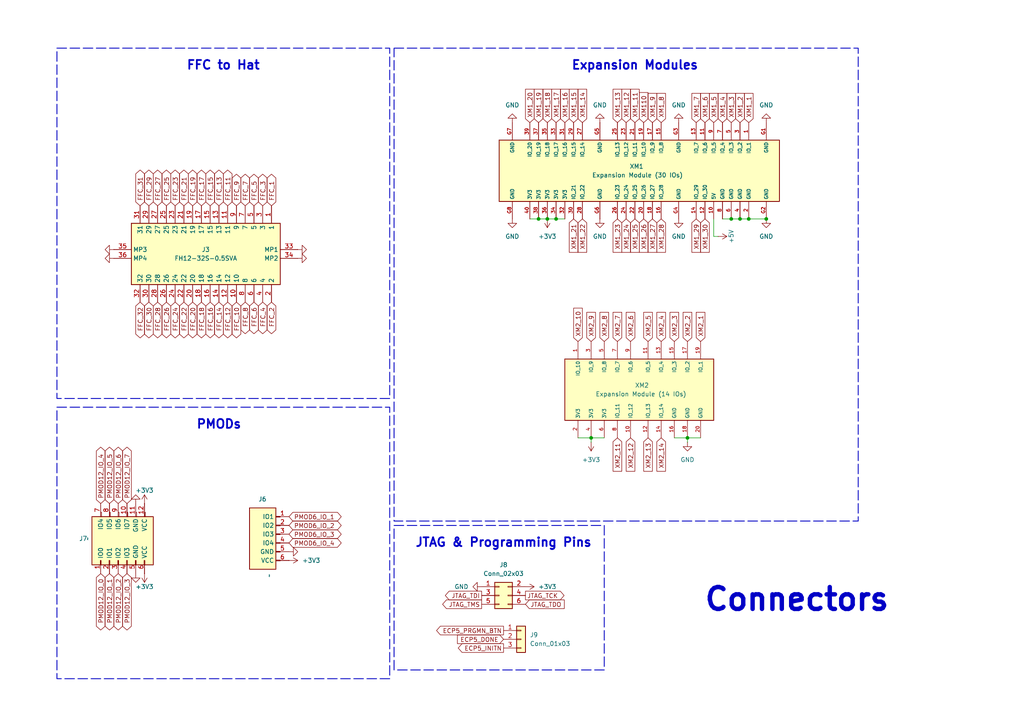
<source format=kicad_sch>
(kicad_sch (version 20231120) (generator "eeschema") (generator_version "8.0")
  (paper "A4")
  (lib_symbols
    (symbol "Connector_Generic:Conn_01x03" (pin_names (offset 1.016) hide)
      (property "Reference" "J" (at 0 5.08 0))
      (property "Value" "Conn_01x03" (at 0 -5.08 0))
      (symbol "Conn_01x03_1_1"
        (rectangle (start -1.27 -2.413) (end 0 -2.667) (stroke (width 0.1524)))
        (rectangle (start -1.27 0.127) (end 0 -0.127) (stroke (width 0.1524)))
        (rectangle (start -1.27 2.667) (end 0 2.413) (stroke (width 0.1524)))
        (rectangle (start -1.27 3.81) (end 1.27 -3.81) (stroke (width 0.254)) (fill (type background)))
        (pin passive line (at -5.08 2.54 0) (length 3.81) (name "Pin_1") (number "1"))
        (pin passive line (at -5.08 0 0) (length 3.81) (name "Pin_2") (number "2"))
        (pin passive line (at -5.08 -2.54 0) (length 3.81) (name "Pin_3") (number "3"))
      )
    )
    (symbol "FH12-32S-0.5SVA:FH12-32S-0.5SVA_54_"
      (property "Reference" "J" (at 49.53 12.7 0))
      (property "Value" "FH12-32S-0.5SVA" (at 49.53 10.16 0))
      (symbol "FH12-32S-0.5SVA_54__1_1"
        (rectangle (start 5.08 7.62) (end 48.26 -10.16) (stroke (width 0.254)) (fill (type background)))
        (pin passive line (at 45.72 12.7 270) (length 5.08) (name "1") (number "1"))
        (pin passive line (at 35.56 -15.24 90) (length 5.08) (name "10") (number "10"))
        (pin passive line (at 33.02 12.7 270) (length 5.08) (name "11") (number "11"))
        (pin passive line (at 33.02 -15.24 90) (length 5.08) (name "12") (number "12"))
        (pin passive line (at 30.48 12.7 270) (length 5.08) (name "13") (number "13"))
        (pin passive line (at 30.48 -15.24 90) (length 5.08) (name "14") (number "14"))
        (pin passive line (at 27.94 12.7 270) (length 5.08) (name "15") (number "15"))
        (pin passive line (at 27.94 -15.24 90) (length 5.08) (name "16") (number "16"))
        (pin passive line (at 25.4 12.7 270) (length 5.08) (name "17") (number "17"))
        (pin passive line (at 25.4 -15.24 90) (length 5.08) (name "18") (number "18"))
        (pin passive line (at 22.86 12.7 270) (length 5.08) (name "19") (number "19"))
        (pin passive line (at 45.72 -15.24 90) (length 5.08) (name "2") (number "2"))
        (pin passive line (at 22.86 -15.24 90) (length 5.08) (name "20") (number "20"))
        (pin passive line (at 20.32 12.7 270) (length 5.08) (name "21") (number "21"))
        (pin passive line (at 20.32 -15.24 90) (length 5.08) (name "22") (number "22"))
        (pin passive line (at 17.78 12.7 270) (length 5.08) (name "23") (number "23"))
        (pin passive line (at 17.78 -15.24 90) (length 5.08) (name "24") (number "24"))
        (pin passive line (at 15.24 12.7 270) (length 5.08) (name "25") (number "25"))
        (pin passive line (at 15.24 -15.24 90) (length 5.08) (name "26") (number "26"))
        (pin passive line (at 12.7 12.7 270) (length 5.08) (name "27") (number "27"))
        (pin passive line (at 12.7 -15.24 90) (length 5.08) (name "28") (number "28"))
        (pin passive line (at 10.16 12.7 270) (length 5.08) (name "29") (number "29"))
        (pin passive line (at 43.18 12.7 270) (length 5.08) (name "3") (number "3"))
        (pin passive line (at 10.16 -15.24 90) (length 5.08) (name "30") (number "30"))
        (pin passive line (at 7.62 12.7 270) (length 5.08) (name "31") (number "31"))
        (pin passive line (at 7.62 -15.24 90) (length 5.08) (name "32") (number "32"))
        (pin passive line (at 53.34 0 180) (length 5.08) (name "MP1") (number "33"))
        (pin passive line (at 53.34 -2.54 180) (length 5.08) (name "MP2") (number "34"))
        (pin passive line (at 0 0 0) (length 5.08) (name "MP3") (number "35"))
        (pin passive line (at 0 -2.54 0) (length 5.08) (name "MP4") (number "36"))
        (pin passive line (at 43.18 -15.24 90) (length 5.08) (name "4") (number "4"))
        (pin passive line (at 40.64 12.7 270) (length 5.08) (name "5") (number "5"))
        (pin passive line (at 40.64 -15.24 90) (length 5.08) (name "6") (number "6"))
        (pin passive line (at 38.1 12.7 270) (length 5.08) (name "7") (number "7"))
        (pin passive line (at 38.1 -15.24 90) (length 5.08) (name "8") (number "8"))
        (pin passive line (at 35.56 12.7 270) (length 5.08) (name "9") (number "9"))
      )
    )
    (symbol "PCM_4ms_Connector:Conn_02x03" (pin_names (offset 0.0254) hide)
      (property "Reference" "J" (at 0 5.08 0))
      (property "Value" "Conn_02x03" (at 0 7.62 0))
      (symbol "Conn_02x03_0_1"
        (rectangle (start -2.54 -2.413) (end -1.27 -2.667) (stroke (width 0.1524)))
        (rectangle (start -2.54 0.127) (end -1.27 -0.127) (stroke (width 0.1524)))
        (rectangle (start -2.54 2.667) (end -1.27 2.413) (stroke (width 0.1524)))
        (rectangle (start -2.54 3.81) (end 2.54 -3.81) (stroke (width 0.254)) (fill (type background)))
        (rectangle (start 1.27 -2.413) (end 2.54 -2.667) (stroke (width 0.1524)))
        (rectangle (start 1.27 0.127) (end 2.54 -0.127) (stroke (width 0.1524)))
        (rectangle (start 1.27 2.667) (end 2.54 2.413) (stroke (width 0.1524)))
      )
      (symbol "Conn_02x03_1_1"
        (pin passive line (at -6.35 2.54 0) (length 3.81) (name "+12V") (number "1"))
        (pin passive line (at 6.35 2.54 180) (length 3.81) (name "+12V") (number "2"))
        (pin passive line (at -6.35 0 0) (length 3.81) (name "GND") (number "3"))
        (pin passive line (at 6.35 0 180) (length 3.81) (name "GND") (number "4"))
        (pin passive line (at -6.35 -2.54 0) (length 3.81) (name "GND") (number "5"))
        (pin passive line (at 6.35 -2.54 180) (length 3.81) (name "GND") (number "6"))
      )
    )
    (symbol "pmod-ports:PMOD_12"
      (property "Reference" "J" (at 5.588 4.064 0))
      (symbol "PMOD_12_1_1"
        (rectangle (start -1.27 -12.573) (end 0 -12.827) (stroke (width 0.1524)))
        (rectangle (start -1.27 -10.033) (end 0 -10.287) (stroke (width 0.1524)))
        (rectangle (start -1.27 -7.493) (end 0 -7.747) (stroke (width 0.1524)))
        (rectangle (start -1.27 -4.953) (end 0 -5.207) (stroke (width 0.1524)))
        (rectangle (start -1.27 -2.413) (end 0 -2.667) (stroke (width 0.1524)))
        (rectangle (start -1.27 0.127) (end 0 -0.127) (stroke (width 0.1524)))
        (rectangle (start -1.27 2.54) (end 12.7 -15.24) (stroke (width 0.254)) (fill (type background)))
        (rectangle (start 12.7 -12.7) (end 13.97 -12.954) (stroke (width 0.1524)))
        (rectangle (start 12.7 -10.16) (end 13.97 -10.414) (stroke (width 0.1524)))
        (rectangle (start 12.7 -7.62) (end 13.97 -7.874) (stroke (width 0.1524)))
        (rectangle (start 12.7 -5.08) (end 13.97 -5.334) (stroke (width 0.1524)))
        (rectangle (start 12.7 -2.54) (end 13.97 -2.794) (stroke (width 0.1524)))
        (rectangle (start 12.7 0) (end 13.97 -0.254) (stroke (width 0.1524)))
        (pin passive line (at -3.81 0 0) (length 3.81) (name "IO0") (number "1"))
        (pin passive line (at 16.51 -7.62 180) (length 3.81) (name "IO7") (number "10"))
        (pin passive line (at 16.51 -10.16 180) (length 3.81) (name "GND") (number "11"))
        (pin passive line (at 16.51 -12.7 180) (length 3.81) (name "VCC") (number "12"))
        (pin passive line (at -3.81 -2.54 0) (length 3.81) (name "IO1") (number "2"))
        (pin passive line (at -3.81 -5.08 0) (length 3.81) (name "IO2") (number "3"))
        (pin passive line (at -3.81 -7.62 0) (length 3.81) (name "IO3") (number "4"))
        (pin passive line (at -3.81 -10.16 0) (length 3.81) (name "GND") (number "5"))
        (pin passive line (at -3.81 -12.7 0) (length 3.81) (name "VCC") (number "6"))
        (pin passive line (at 16.51 0 180) (length 3.81) (name "IO4") (number "7"))
        (pin passive line (at 16.51 -2.54 180) (length 3.81) (name "IO5") (number "8"))
        (pin passive line (at 16.51 -5.08 180) (length 3.81) (name "IO6") (number "9"))
      )
    )
    (symbol "pmod-ports:PMOD_6"
      (property "Reference" "J" (at -0.254 4.064 0))
      (symbol "PMOD_6_1_1"
        (rectangle (start -1.27 -12.573) (end 0 -12.827) (stroke (width 0.1524)))
        (rectangle (start -1.27 -10.033) (end 0 -10.287) (stroke (width 0.1524)))
        (rectangle (start -1.27 -7.493) (end 0 -7.747) (stroke (width 0.1524)))
        (rectangle (start -1.27 -4.953) (end 0 -5.207) (stroke (width 0.1524)))
        (rectangle (start -1.27 -2.413) (end 0 -2.667) (stroke (width 0.1524)))
        (rectangle (start -1.27 0.127) (end 0 -0.127) (stroke (width 0.1524)))
        (rectangle (start 0 2.54) (end 7.62 -15.24) (stroke (width 0.254)) (fill (type background)))
        (pin passive line (at -3.81 0 0) (length 3.81) (name "IO1") (number "1"))
        (pin passive line (at -3.81 -2.54 0) (length 3.81) (name "IO2") (number "2"))
        (pin passive line (at -3.81 -5.08 0) (length 3.81) (name "IO3") (number "3"))
        (pin passive line (at -3.81 -7.62 0) (length 3.81) (name "IO4") (number "4"))
        (pin passive line (at -3.81 -10.16 0) (length 3.81) (name "GND") (number "5"))
        (pin passive line (at -3.81 -12.7 0) (length 3.81) (name "VCC") (number "6"))
      )
    )
    (symbol "power:+3V3" (power) (pin_numbers hide) (pin_names (offset 0) hide)
      (property "Value" "+3V3" (at 0 3.556 0))
      (symbol "+3V3_0_1"
        (polyline (pts (xy -0.762 1.27) (xy 0 2.54)))
        (polyline (pts (xy 0 0) (xy 0 2.54)))
        (polyline (pts (xy 0 2.54) (xy 0.762 1.27)))
      )
      (symbol "+3V3_1_1"
        (pin power_in line (at 0 0 90) (length 0) (name "~") (number "1"))
      )
    )
    (symbol "power:+5V" (power) (pin_numbers hide) (pin_names (offset 0) hide)
      (property "Value" "+5V" (at 0 3.556 0))
      (symbol "+5V_0_1"
        (polyline (pts (xy -0.762 1.27) (xy 0 2.54)))
        (polyline (pts (xy 0 0) (xy 0 2.54)))
        (polyline (pts (xy 0 2.54) (xy 0.762 1.27)))
      )
      (symbol "+5V_1_1"
        (pin power_in line (at 0 0 90) (length 0) (name "~") (number "1"))
      )
    )
    (symbol "power:GND" (power) (pin_numbers hide) (pin_names (offset 0) hide)
      (property "Value" "GND" (at 0 -3.81 0))
      (symbol "GND_0_1"
        (polyline (pts (xy 0 0) (xy 0 -1.27) (xy 1.27 -1.27) (xy 0 -2.54) (xy -1.27 -1.27) (xy 0 -1.27)))
      )
      (symbol "GND_1_1"
        (pin power_in line (at 0 0 270) (length 0) (name "~") (number "1"))
      )
    )
    (symbol "xm:XM14_Carrier_Board_Socket"
      (property "Reference" "XM" (at 0.254 25.146 0))
      (property "Value" "Expansion Module (14 IOs)" (at 0.508 23.368 0))
      (symbol "XM14_Carrier_Board_Socket_0_0"
        (rectangle (start -21.59 8.89) (end 21.59 -8.89) (stroke (width 0.254)) (fill (type background)))
      )
      (symbol "XM14_Carrier_Board_Socket_1_0"
        (pin passive line (at -17.78 13.97 270) (length 5.08) (name "IO_10") (number "1"))
        (pin passive line (at -2.54 -13.97 90) (length 5.08) (name "IO_12") (number "10"))
        (pin passive line (at 2.54 13.97 270) (length 5.08) (name "IO_5") (number "11"))
        (pin passive line (at 2.54 -13.97 90) (length 5.08) (name "IO_13") (number "12"))
        (pin passive line (at 6.35 13.97 270) (length 5.08) (name "IO_4") (number "13"))
        (pin passive line (at 6.35 -13.97 90) (length 5.08) (name "IO_14") (number "14"))
        (pin passive line (at 10.16 13.97 270) (length 5.08) (name "IO_3") (number "15"))
        (pin passive line (at 10.16 -13.97 90) (length 5.08) (name "GND") (number "16"))
        (pin passive line (at 13.97 13.97 270) (length 5.08) (name "IO_2") (number "17"))
        (pin passive line (at 13.97 -13.97 90) (length 5.08) (name "GND") (number "18"))
        (pin passive line (at 17.78 13.97 270) (length 5.08) (name "IO_1") (number "19"))
        (pin passive line (at -17.78 -13.97 90) (length 5.08) (name "3V3") (number "2"))
        (pin passive line (at 17.78 -13.97 90) (length 5.08) (name "GND") (number "20"))
        (pin passive line (at -13.97 13.97 270) (length 5.08) (name "IO_9") (number "3"))
        (pin passive line (at -13.97 -13.97 90) (length 5.08) (name "3V3") (number "4"))
        (pin passive line (at -10.16 13.97 270) (length 5.08) (name "IO_8") (number "5"))
        (pin passive line (at -10.16 -13.97 90) (length 5.08) (name "3V3") (number "6"))
        (pin passive line (at -6.35 13.97 270) (length 5.08) (name "IO_7") (number "7"))
        (pin passive line (at -6.35 -13.97 90) (length 5.08) (name "IO_11") (number "8"))
        (pin passive line (at -2.54 13.97 270) (length 5.08) (name "IO_6") (number "9"))
      )
    )
    (symbol "xm:XM30_Carrier_Board_Socket"
      (property "Reference" "XM30" (at 0.254 25.146 0))
      (property "Value" "Expansion Module (30 IOs)" (at 0.508 23.368 0))
      (symbol "XM30_Carrier_Board_Socket_0_0"
        (rectangle (start -40.64 8.89) (end 40.64 -8.89) (stroke (width 0.254)) (fill (type background)))
      )
      (symbol "XM30_Carrier_Board_Socket_1_0"
        (pin passive line (at 31.75 13.97 270) (length 5.08) (name "IO_1") (number "1"))
        (pin passive line (at 21.59 -13.97 90) (length 5.08) (name "5V") (number "10"))
        (pin passive line (at 19.05 13.97 270) (length 5.08) (name "IO_6") (number "11"))
        (pin passive line (at 19.05 -13.97 90) (length 5.08) (name "IO_30") (number "12"))
        (pin passive line (at 16.51 13.97 270) (length 5.08) (name "IO_7") (number "13"))
        (pin passive line (at 16.51 -13.97 90) (length 5.08) (name "IO_29") (number "14"))
        (pin passive line (at 6.35 13.97 270) (length 5.08) (name "IO_8") (number "15"))
        (pin passive line (at 6.35 -13.97 90) (length 5.08) (name "IO_28") (number "16"))
        (pin passive line (at 3.81 13.97 270) (length 5.08) (name "IO_9") (number "17"))
        (pin passive line (at 3.81 -13.97 90) (length 5.08) (name "IO_27") (number "18"))
        (pin passive line (at 1.27 13.97 270) (length 5.08) (name "IO_10") (number "19"))
        (pin passive line (at 31.75 -13.97 90) (length 5.08) (name "GND") (number "2"))
        (pin passive line (at 1.27 -13.97 90) (length 5.08) (name "IO_26") (number "20"))
        (pin passive line (at -1.27 13.97 270) (length 5.08) (name "IO_11") (number "21"))
        (pin passive line (at -1.27 -13.97 90) (length 5.08) (name "IO_25") (number "22"))
        (pin passive line (at -3.81 13.97 270) (length 5.08) (name "IO_12") (number "23"))
        (pin passive line (at -3.81 -13.97 90) (length 5.08) (name "IO_24") (number "24"))
        (pin passive line (at -6.35 13.97 270) (length 5.08) (name "IO_13") (number "25"))
        (pin passive line (at -6.35 -13.97 90) (length 5.08) (name "IO_23") (number "26"))
        (pin passive line (at -16.51 13.97 270) (length 5.08) (name "IO_14") (number "27"))
        (pin passive line (at -16.51 -13.97 90) (length 5.08) (name "IO_22") (number "28"))
        (pin passive line (at -19.05 13.97 270) (length 5.08) (name "IO_15") (number "29"))
        (pin passive line (at 29.21 13.97 270) (length 5.08) (name "IO_2") (number "3"))
        (pin passive line (at -19.05 -13.97 90) (length 5.08) (name "IO_21") (number "30"))
        (pin passive line (at -21.59 13.97 270) (length 5.08) (name "IO_16") (number "31"))
        (pin passive line (at -21.59 -13.97 90) (length 5.08) (name "3V3") (number "32"))
        (pin passive line (at -24.13 13.97 270) (length 5.08) (name "IO_17") (number "33"))
        (pin passive line (at -24.13 -13.97 90) (length 5.08) (name "3V3") (number "34"))
        (pin passive line (at -26.67 13.97 270) (length 5.08) (name "IO_18") (number "35"))
        (pin passive line (at -26.67 -13.97 90) (length 5.08) (name "3V3") (number "36"))
        (pin passive line (at -29.21 13.97 270) (length 5.08) (name "IO_19") (number "37"))
        (pin passive line (at -29.21 -13.97 90) (length 5.08) (name "3V3") (number "38"))
        (pin passive line (at -31.75 13.97 270) (length 5.08) (name "IO_20") (number "39"))
        (pin passive line (at 29.21 -13.97 90) (length 5.08) (name "GND") (number "4"))
        (pin passive line (at -31.75 -13.97 90) (length 5.08) (name "3V3") (number "40"))
        (pin passive line (at 26.67 13.97 270) (length 5.08) (name "IO_3") (number "5"))
        (pin passive line (at 26.67 -13.97 90) (length 5.08) (name "GND") (number "6"))
        (pin passive line (at 24.13 13.97 270) (length 5.08) (name "IO_4") (number "7"))
        (pin passive line (at 24.13 -13.97 90) (length 5.08) (name "GND") (number "8"))
        (pin passive line (at 21.59 13.97 270) (length 5.08) (name "IO_5") (number "9"))
        (pin power_in line (at 36.83 13.97 270) (length 5.08) (name "GND") (number "G1"))
        (pin power_in line (at 36.83 -13.97 90) (length 5.08) (name "GND") (number "G2"))
        (pin power_in line (at 11.43 13.97 270) (length 5.08) (name "GND") (number "G3"))
        (pin power_in line (at 11.43 -13.97 90) (length 5.08) (name "GND") (number "G4"))
        (pin power_in line (at -11.43 13.97 270) (length 5.08) (name "GND") (number "G5"))
        (pin power_in line (at -11.43 -13.97 90) (length 5.08) (name "GND") (number "G6"))
        (pin power_in line (at -36.83 13.97 270) (length 5.08) (name "GND") (number "G7"))
        (pin power_in line (at -36.83 -13.97 90) (length 5.08) (name "GND") (number "G8"))
      )
    )
  )
  (junction (at 161.29 63.5))
  (junction (at 156.21 63.5))
  (junction (at 222.25 63.5))
  (junction (at 217.17 63.5))
  (junction (at 158.75 63.5))
  (junction (at 171.45 127))
  (junction (at 212.09 63.5))
  (junction (at 199.39 127))
  (junction (at 214.63 63.5))
  (wire (pts (xy 156.21 63.5) (xy 158.75 63.5)))
  (wire (pts (xy 161.29 63.5) (xy 163.83 63.5)))
  (wire (pts (xy 158.75 63.5) (xy 161.29 63.5)))
  (wire (pts (xy 208.28 68.58) (xy 207.01 68.58)))
  (wire (pts (xy 199.39 128.27) (xy 199.39 127)))
  (wire (pts (xy 212.09 63.5) (xy 214.63 63.5)))
  (wire (pts (xy 209.55 63.5) (xy 212.09 63.5)))
  (wire (pts (xy 214.63 63.5) (xy 217.17 63.5)))
  (wire (pts (xy 171.45 127) (xy 175.26 127)))
  (wire (pts (xy 207.01 68.58) (xy 207.01 63.5)))
  (wire (pts (xy 153.67 63.5) (xy 156.21 63.5)))
  (wire (pts (xy 195.58 127) (xy 199.39 127)))
  (wire (pts (xy 171.45 128.27) (xy 171.45 127)))
  (wire (pts (xy 167.64 127) (xy 171.45 127)))
  (wire (pts (xy 217.17 63.5) (xy 222.25 63.5)))
  (wire (pts (xy 199.39 127) (xy 203.2 127)))
  (rectangle (start 16.51 118.11) (end 113.03 196.85) (stroke (width 0.254) (type dash)))
  (rectangle (start 16.51 13.97) (end 113.03 115.57) (stroke (width 0.254) (type dash)))
  (rectangle (start 114.3 13.97) (end 248.92 151.13) (stroke (width 0.254) (type dash)))
  (rectangle (start 114.3 152.4) (end 175.26 194.31) (stroke (width 0.254) (type dash)))
  (text "FFC to Hat" (at 64.77 19.05 0) (effects (font (size 2.54 2.54) (thickness 0.508) (bold yes))))
  (text "Expansion Modules" (at 184.15 19.05 0) (effects (font (size 2.54 2.54) (thickness 0.508) (bold yes))))
  (text "PMODs" (at 63.5 123.19 0) (effects (font (size 2.54 2.54) (thickness 0.508) (bold yes))))
  (text "JTAG & Programming Pins" (at 146.05 157.48 0) (effects (font (size 2.54 2.54) (thickness 0.508) (bold yes))))
  (text "Connectors" (at 231.14 173.99 0) (effects (font (size 6.35 6.35) (bold yes))))
  (global_label "FFC_27" (shape bidirectional) (at 45.72 59.69 90) (property "Intersheetrefs" "${INTERSHEET_REFS}" (effects (hide yes))))
  (global_label "XM1_9" (shape input) (at 189.23 35.56 90) (property "Intersheetrefs" "${INTERSHEET_REFS}" (effects (hide yes))))
  (global_label "XM1_30" (shape input) (at 204.47 63.5 270) (property "Intersheetrefs" "${INTERSHEET_REFS}" (effects (hide yes))))
  (global_label "XM2_10" (shape input) (at 167.64 99.06 90) (property "Intersheetrefs" "${INTERSHEET_REFS}" (effects (hide yes))))
  (global_label "FFC_18" (shape bidirectional) (at 58.42 87.63 270) (property "Intersheetrefs" "${INTERSHEET_REFS}" (effects (hide yes))))
  (global_label "FFC_19" (shape bidirectional) (at 55.88 59.69 90) (property "Intersheetrefs" "${INTERSHEET_REFS}" (effects (hide yes))))
  (global_label "XM1_24" (shape input) (at 181.61 63.5 270) (property "Intersheetrefs" "${INTERSHEET_REFS}" (effects (hide yes))))
  (global_label "FFC_12" (shape bidirectional) (at 66.04 87.63 270) (property "Intersheetrefs" "${INTERSHEET_REFS}" (effects (hide yes))))
  (global_label "XM110" (shape input) (at 186.69 35.56 90) (property "Intersheetrefs" "${INTERSHEET_REFS}" (effects (hide yes))))
  (global_label "XM1_6" (shape input) (at 204.47 35.56 90) (property "Intersheetrefs" "${INTERSHEET_REFS}" (effects (hide yes))))
  (global_label "FFC_14" (shape bidirectional) (at 63.5 87.63 270) (property "Intersheetrefs" "${INTERSHEET_REFS}" (effects (hide yes))))
  (global_label "XM1_20" (shape input) (at 153.67 35.56 90) (property "Intersheetrefs" "${INTERSHEET_REFS}" (effects (hide yes))))
  (global_label "JTAG_TDI" (shape output) (at 139.7 172.72 180) (property "Intersheetrefs" "${INTERSHEET_REFS}" (effects (hide yes))))
  (global_label "FFC_26" (shape bidirectional) (at 48.26 87.63 270) (property "Intersheetrefs" "${INTERSHEET_REFS}" (effects (hide yes))))
  (global_label "PMOD12_IO_1" (shape bidirectional) (at 31.75 166.37 270) (property "Intersheetrefs" "${INTERSHEET_REFS}" (effects (hide yes))))
  (global_label "ECP5_DONE" (shape input) (at 146.05 185.42 180) (property "Intersheetrefs" "${INTERSHEET_REFS}" (effects (hide yes))))
  (global_label "FFC_3" (shape bidirectional) (at 76.2 59.69 90) (property "Intersheetrefs" "${INTERSHEET_REFS}" (effects (hide yes))))
  (global_label "XM1_23" (shape input) (at 179.07 63.5 270) (property "Intersheetrefs" "${INTERSHEET_REFS}" (effects (hide yes))))
  (global_label "JTAG_TCK" (shape output) (at 152.4 172.72 0) (property "Intersheetrefs" "${INTERSHEET_REFS}" (effects (hide yes))))
  (global_label "FFC_31" (shape bidirectional) (at 40.64 59.69 90) (property "Intersheetrefs" "${INTERSHEET_REFS}" (effects (hide yes))))
  (global_label "XM2_7" (shape input) (at 179.07 99.06 90) (property "Intersheetrefs" "${INTERSHEET_REFS}" (effects (hide yes))))
  (global_label "PMOD12_IO_2" (shape bidirectional) (at 34.29 166.37 270) (property "Intersheetrefs" "${INTERSHEET_REFS}" (effects (hide yes))))
  (global_label "XM1_15" (shape input) (at 166.37 35.56 90) (property "Intersheetrefs" "${INTERSHEET_REFS}" (effects (hide yes))))
  (global_label "FFC_22" (shape bidirectional) (at 53.34 87.63 270) (property "Intersheetrefs" "${INTERSHEET_REFS}" (effects (hide yes))))
  (global_label "FFC_28" (shape bidirectional) (at 45.72 87.63 270) (property "Intersheetrefs" "${INTERSHEET_REFS}" (effects (hide yes))))
  (global_label "JTAG_TMS" (shape output) (at 139.7 175.26 180) (property "Intersheetrefs" "${INTERSHEET_REFS}" (effects (hide yes))))
  (global_label "XM2_6" (shape input) (at 182.88 99.06 90) (property "Intersheetrefs" "${INTERSHEET_REFS}" (effects (hide yes))))
  (global_label "FFC_4" (shape bidirectional) (at 76.2 87.63 270) (property "Intersheetrefs" "${INTERSHEET_REFS}" (effects (hide yes))))
  (global_label "XM1_1" (shape input) (at 217.17 35.56 90) (property "Intersheetrefs" "${INTERSHEET_REFS}" (effects (hide yes))))
  (global_label "XM2_2" (shape input) (at 199.39 99.06 90) (property "Intersheetrefs" "${INTERSHEET_REFS}" (effects (hide yes))))
  (global_label "FFC_32" (shape bidirectional) (at 40.64 87.63 270) (property "Intersheetrefs" "${INTERSHEET_REFS}" (effects (hide yes))))
  (global_label "FFC_10" (shape bidirectional) (at 68.58 87.63 270) (property "Intersheetrefs" "${INTERSHEET_REFS}" (effects (hide yes))))
  (global_label "XM2_14" (shape input) (at 191.77 127 270) (property "Intersheetrefs" "${INTERSHEET_REFS}" (effects (hide yes))))
  (global_label "FFC_8" (shape bidirectional) (at 71.12 87.63 270) (property "Intersheetrefs" "${INTERSHEET_REFS}" (effects (hide yes))))
  (global_label "PMOD12_IO_3" (shape bidirectional) (at 36.83 166.37 270) (property "Intersheetrefs" "${INTERSHEET_REFS}" (effects (hide yes))))
  (global_label "FFC_16" (shape bidirectional) (at 60.96 87.63 270) (property "Intersheetrefs" "${INTERSHEET_REFS}" (effects (hide yes))))
  (global_label "FFC_30" (shape bidirectional) (at 43.18 87.63 270) (property "Intersheetrefs" "${INTERSHEET_REFS}" (effects (hide yes))))
  (global_label "XM1_5" (shape input) (at 207.01 35.56 90) (property "Intersheetrefs" "${INTERSHEET_REFS}" (effects (hide yes))))
  (global_label "FFC_29" (shape bidirectional) (at 43.18 59.69 90) (property "Intersheetrefs" "${INTERSHEET_REFS}" (effects (hide yes))))
  (global_label "XM1_22" (shape input) (at 168.91 63.5 270) (property "Intersheetrefs" "${INTERSHEET_REFS}" (effects (hide yes))))
  (global_label "XM1_12" (shape input) (at 181.61 35.56 90) (property "Intersheetrefs" "${INTERSHEET_REFS}" (effects (hide yes))))
  (global_label "XM1_21" (shape input) (at 166.37 63.5 270) (property "Intersheetrefs" "${INTERSHEET_REFS}" (effects (hide yes))))
  (global_label "XM1_3" (shape input) (at 212.09 35.56 90) (property "Intersheetrefs" "${INTERSHEET_REFS}" (effects (hide yes))))
  (global_label "XM1_17" (shape input) (at 161.29 35.56 90) (property "Intersheetrefs" "${INTERSHEET_REFS}" (effects (hide yes))))
  (global_label "PMOD6_IO_1" (shape bidirectional) (at 83.82 149.86 0) (property "Intersheetrefs" "${INTERSHEET_REFS}" (effects (hide yes))))
  (global_label "PMOD6_IO_4" (shape bidirectional) (at 83.82 157.48 0) (property "Intersheetrefs" "${INTERSHEET_REFS}" (effects (hide yes))))
  (global_label "PMOD12_IO_0" (shape bidirectional) (at 29.21 166.37 270) (property "Intersheetrefs" "${INTERSHEET_REFS}" (effects (hide yes))))
  (global_label "FFC_6" (shape bidirectional) (at 73.66 87.63 270) (property "Intersheetrefs" "${INTERSHEET_REFS}" (effects (hide yes))))
  (global_label "FFC_15" (shape bidirectional) (at 60.96 59.69 90) (property "Intersheetrefs" "${INTERSHEET_REFS}" (effects (hide yes))))
  (global_label "PMOD12_IO_7" (shape bidirectional) (at 36.83 146.05 90) (property "Intersheetrefs" "${INTERSHEET_REFS}" (effects (hide yes))))
  (global_label "FFC_7" (shape bidirectional) (at 71.12 59.69 90) (property "Intersheetrefs" "${INTERSHEET_REFS}" (effects (hide yes))))
  (global_label "XM1_29" (shape input) (at 201.93 63.5 270) (property "Intersheetrefs" "${INTERSHEET_REFS}" (effects (hide yes))))
  (global_label "XM2_9" (shape input) (at 171.45 99.06 90) (property "Intersheetrefs" "${INTERSHEET_REFS}" (effects (hide yes))))
  (global_label "XM2_11" (shape input) (at 179.07 127 270) (property "Intersheetrefs" "${INTERSHEET_REFS}" (effects (hide yes))))
  (global_label "XM1_16" (shape input) (at 163.83 35.56 90) (property "Intersheetrefs" "${INTERSHEET_REFS}" (effects (hide yes))))
  (global_label "FFC_13" (shape bidirectional) (at 63.5 59.69 90) (property "Intersheetrefs" "${INTERSHEET_REFS}" (effects (hide yes))))
  (global_label "XM2_1" (shape input) (at 203.2 99.06 90) (property "Intersheetrefs" "${INTERSHEET_REFS}" (effects (hide yes))))
  (global_label "XM2_3" (shape input) (at 195.58 99.06 90) (property "Intersheetrefs" "${INTERSHEET_REFS}" (effects (hide yes))))
  (global_label "PMOD12_IO_4" (shape bidirectional) (at 29.21 146.05 90) (property "Intersheetrefs" "${INTERSHEET_REFS}" (effects (hide yes))))
  (global_label "XM2_12" (shape input) (at 182.88 127 270) (property "Intersheetrefs" "${INTERSHEET_REFS}" (effects (hide yes))))
  (global_label "FFC_20" (shape bidirectional) (at 55.88 87.63 270) (property "Intersheetrefs" "${INTERSHEET_REFS}" (effects (hide yes))))
  (global_label "XM1_13" (shape input) (at 179.07 35.56 90) (property "Intersheetrefs" "${INTERSHEET_REFS}" (effects (hide yes))))
  (global_label "XM2_13" (shape input) (at 187.96 127 270) (property "Intersheetrefs" "${INTERSHEET_REFS}" (effects (hide yes))))
  (global_label "XM1_4" (shape input) (at 209.55 35.56 90) (property "Intersheetrefs" "${INTERSHEET_REFS}" (effects (hide yes))))
  (global_label "XM2_5" (shape input) (at 187.96 99.06 90) (property "Intersheetrefs" "${INTERSHEET_REFS}" (effects (hide yes))))
  (global_label "ECP5_INITN" (shape output) (at 146.05 187.96 180) (property "Intersheetrefs" "${INTERSHEET_REFS}" (effects (hide yes))))
  (global_label "FFC_2" (shape bidirectional) (at 78.74 87.63 270) (property "Intersheetrefs" "${INTERSHEET_REFS}" (effects (hide yes))))
  (global_label "XM1_11" (shape input) (at 184.15 35.56 90) (property "Intersheetrefs" "${INTERSHEET_REFS}" (effects (hide yes))))
  (global_label "FFC_1" (shape bidirectional) (at 78.74 59.69 90) (property "Intersheetrefs" "${INTERSHEET_REFS}" (effects (hide yes))))
  (global_label "XM1_14" (shape input) (at 168.91 35.56 90) (property "Intersheetrefs" "${INTERSHEET_REFS}" (effects (hide yes))))
  (global_label "PMOD12_IO_6" (shape bidirectional) (at 34.29 146.05 90) (property "Intersheetrefs" "${INTERSHEET_REFS}" (effects (hide yes))))
  (global_label "FFC_11" (shape bidirectional) (at 66.04 59.69 90) (property "Intersheetrefs" "${INTERSHEET_REFS}" (effects (hide yes))))
  (global_label "XM1_18" (shape input) (at 158.75 35.56 90) (property "Intersheetrefs" "${INTERSHEET_REFS}" (effects (hide yes))))
  (global_label "ECP5_PRGMN_BTN" (shape output) (at 146.05 182.88 180) (property "Intersheetrefs" "${INTERSHEET_REFS}" (effects (hide yes))))
  (global_label "XM1_19" (shape input) (at 156.21 35.56 90) (property "Intersheetrefs" "${INTERSHEET_REFS}" (effects (hide yes))))
  (global_label "FFC_5" (shape bidirectional) (at 73.66 59.69 90) (property "Intersheetrefs" "${INTERSHEET_REFS}" (effects (hide yes))))
  (global_label "PMOD6_IO_2" (shape bidirectional) (at 83.82 152.4 0) (property "Intersheetrefs" "${INTERSHEET_REFS}" (effects (hide yes))))
  (global_label "XM1_7" (shape input) (at 201.93 35.56 90) (property "Intersheetrefs" "${INTERSHEET_REFS}" (effects (hide yes))))
  (global_label "XM2_8" (shape input) (at 175.26 99.06 90) (property "Intersheetrefs" "${INTERSHEET_REFS}" (effects (hide yes))))
  (global_label "JTAG_TDO" (shape input) (at 152.4 175.26 0) (property "Intersheetrefs" "${INTERSHEET_REFS}" (effects (hide yes))))
  (global_label "FFC_9" (shape bidirectional) (at 68.58 59.69 90) (property "Intersheetrefs" "${INTERSHEET_REFS}" (effects (hide yes))))
  (global_label "PMOD6_IO_3" (shape bidirectional) (at 83.82 154.94 0) (property "Intersheetrefs" "${INTERSHEET_REFS}" (effects (hide yes))))
  (global_label "XM1_26" (shape input) (at 186.69 63.5 270) (property "Intersheetrefs" "${INTERSHEET_REFS}" (effects (hide yes))))
  (global_label "PMOD12_IO_5" (shape bidirectional) (at 31.75 146.05 90) (property "Intersheetrefs" "${INTERSHEET_REFS}" (effects (hide yes))))
  (global_label "FFC_25" (shape bidirectional) (at 48.26 59.69 90) (property "Intersheetrefs" "${INTERSHEET_REFS}" (effects (hide yes))))
  (global_label "FFC_17" (shape bidirectional) (at 58.42 59.69 90) (property "Intersheetrefs" "${INTERSHEET_REFS}" (effects (hide yes))))
  (global_label "FFC_23" (shape bidirectional) (at 50.8 59.69 90) (property "Intersheetrefs" "${INTERSHEET_REFS}" (effects (hide yes))))
  (global_label "FFC_21" (shape bidirectional) (at 53.34 59.69 90) (property "Intersheetrefs" "${INTERSHEET_REFS}" (effects (hide yes))))
  (global_label "FFC_24" (shape bidirectional) (at 50.8 87.63 270) (property "Intersheetrefs" "${INTERSHEET_REFS}" (effects (hide yes))))
  (global_label "XM1_8" (shape input) (at 191.77 35.56 90) (property "Intersheetrefs" "${INTERSHEET_REFS}" (effects (hide yes))))
  (global_label "XM1_27" (shape input) (at 189.23 63.5 270) (property "Intersheetrefs" "${INTERSHEET_REFS}" (effects (hide yes))))
  (global_label "XM1_28" (shape input) (at 191.77 63.5 270) (property "Intersheetrefs" "${INTERSHEET_REFS}" (effects (hide yes))))
  (global_label "XM1_25" (shape input) (at 184.15 63.5 270) (property "Intersheetrefs" "${INTERSHEET_REFS}" (effects (hide yes))))
  (global_label "XM2_4" (shape input) (at 191.77 99.06 90) (property "Intersheetrefs" "${INTERSHEET_REFS}" (effects (hide yes))))
  (global_label "XM1_2" (shape input) (at 214.63 35.56 90) (property "Intersheetrefs" "${INTERSHEET_REFS}" (effects (hide yes))))
  (symbol (lib_id "power:GND") (at 199.39 128.27 0) (unit 1)
    (property "Reference" "#PWR0131" (effects (hide yes)))
    (property "Value" "GND" (at 199.39 133.35 0))
    (property "Description" "Power symbol creates a global label with name \"GND\" , ground" (effects (hide yes)))
  )
  (symbol (lib_id "power:GND") (at 173.99 63.5 0) (unit 1)
    (property "Reference" "#PWR0114" (effects (hide yes)))
    (property "Value" "GND" (at 173.99 68.58 0))
    (property "Description" "Power symbol creates a global label with name \"GND\" , ground" (effects (hide yes)))
  )
  (symbol (lib_id "power:+3V3") (at 171.45 128.27 180) (unit 1)
    (property "Reference" "#PWR0132" (effects (hide yes)))
    (property "Value" "+3V3" (at 171.45 133.35 0))
    (property "Description" "Power symbol creates a global label with name \"+3V3\"" (effects (hide yes)))
  )
  (symbol (lib_id "power:+3V3") (at 152.4 170.18 270) (unit 1)
    (property "Reference" "#PWR074" (effects (hide yes)))
    (property "Value" "+3V3" (at 158.75 170.18 90))
    (property "Description" "Power symbol creates a global label with name \"+3V3\"" (effects (hide yes)))
  )
  (symbol (lib_id "power:+3V3") (at 41.91 166.37 180) (unit 1)
    (property "Reference" "#PWR0133" (effects (hide yes)))
    (property "Value" "+3V3" (at 41.91 170.18 0))
    (property "Description" "Power symbol creates a global label with name \"+3V3\"" (effects (hide yes)))
  )
  (symbol (lib_id "power:+3V3") (at 158.75 63.5 180) (unit 1)
    (property "Reference" "#PWR0123" (effects (hide yes)))
    (property "Value" "+3V3" (at 158.75 68.58 0))
    (property "Description" "Power symbol creates a global label with name \"+3V3\"" (effects (hide yes)))
  )
  (symbol (lib_id "power:GND") (at 39.37 146.05 180) (unit 1)
    (property "Reference" "#PWR0124" (effects (hide yes)))
    (property "Value" "GND" (effects (hide yes)))
    (property "Description" "Power symbol creates a global label with name \"GND\" , ground" (effects (hide yes)))
  )
  (symbol (lib_id "power:+5V") (at 208.28 68.58 270) (unit 1)
    (property "Reference" "#PWR0118" (effects (hide yes)))
    (property "Value" "+5V" (at 212.09 68.58 0))
    (property "Description" "Power symbol creates a global label with name \"+5V\"" (effects (hide yes)))
  )
  (symbol (lib_id "power:GND") (at 173.99 35.56 180) (unit 1)
    (property "Reference" "#PWR0121" (effects (hide yes)))
    (property "Value" "GND" (at 173.99 30.48 0))
    (property "Description" "Power symbol creates a global label with name \"GND\" , ground" (effects (hide yes)))
  )
  (symbol (lib_id "power:GND") (at 33.02 74.93 270) (unit 1)
    (property "Reference" "#PWR0127" (effects (hide yes)))
    (property "Value" "GND" (effects (hide yes)))
    (property "Description" "Power symbol creates a global label with name \"GND\" , ground" (effects (hide yes)))
  )
  (symbol (lib_id "power:GND") (at 148.59 63.5 0) (unit 1)
    (property "Reference" "#PWR0113" (effects (hide yes)))
    (property "Value" "GND" (at 148.59 68.58 0))
    (property "Description" "Power symbol creates a global label with name \"GND\" , ground" (effects (hide yes)))
  )
  (symbol (lib_id "power:GND") (at 83.82 160.02 90) (unit 1)
    (property "Reference" "#PWR0111" (effects (hide yes)))
    (property "Value" "GND" (effects (hide yes)))
    (property "Description" "Power symbol creates a global label with name \"GND\" , ground" (effects (hide yes)))
  )
  (symbol (lib_id "xm:XM30_Carrier_Board_Socket") (at 185.42 49.53 0) (unit 1)
    (property "Reference" "XM1" (at 186.69 48.26 0) (effects (justify right)))
    (property "Value" "Expansion Module (30 IOs)" (at 198.12 50.8 0) (effects (justify right)))
    (property "Footprint" "xm:XM30" (effects (hide yes)))
    (property "Description" "Goelzer Compute Module Expansion Module, 30-conductor (XM30)" (effects (hide yes)))
  )
  (symbol (lib_id "power:GND") (at 86.36 72.39 90) (unit 1)
    (property "Reference" "#PWR0128" (effects (hide yes)))
    (property "Value" "GND" (effects (hide yes)))
    (property "Description" "Power symbol creates a global label with name \"GND\" , ground" (effects (hide yes)))
  )
  (symbol (lib_id "power:+3V3") (at 83.82 162.56 270) (unit 1)
    (property "Reference" "#PWR0112" (effects (hide yes)))
    (property "Value" "+3V3" (at 87.63 162.5599 90) (effects (justify left)))
    (property "Description" "Power symbol creates a global label with name \"+3V3\"" (effects (hide yes)))
  )
  (symbol (lib_id "power:GND") (at 33.02 72.39 270) (unit 1)
    (property "Reference" "#PWR0126" (effects (hide yes)))
    (property "Value" "GND" (effects (hide yes)))
    (property "Description" "Power symbol creates a global label with name \"GND\" , ground" (effects (hide yes)))
  )
  (symbol (lib_id "power:GND") (at 148.59 35.56 180) (unit 1)
    (property "Reference" "#PWR0122" (effects (hide yes)))
    (property "Value" "GND" (at 148.59 30.48 0))
    (property "Description" "Power symbol creates a global label with name \"GND\" , ground" (effects (hide yes)))
  )
  (symbol (lib_id "power:GND") (at 222.25 35.56 180) (unit 1)
    (property "Reference" "#PWR0119" (effects (hide yes)))
    (property "Value" "GND" (at 222.25 30.48 0))
    (property "Description" "Power symbol creates a global label with name \"GND\" , ground" (effects (hide yes)))
  )
  (symbol (lib_id "power:GND") (at 222.25 63.5 0) (unit 1)
    (property "Reference" "#PWR0117" (effects (hide yes)))
    (property "Value" "GND" (at 222.25 68.58 0))
    (property "Description" "Power symbol creates a global label with name \"GND\" , ground" (effects (hide yes)))
  )
  (symbol (lib_id "power:GND") (at 139.7 170.18 270) (unit 1)
    (property "Reference" "#PWR073" (effects (hide yes)))
    (property "Value" "GND" (at 135.89 170.1799 90) (effects (justify right)))
    (property "Description" "Power symbol creates a global label with name \"GND\" , ground" (effects (hide yes)))
  )
  (symbol (lib_id "power:+3V3") (at 41.91 146.05 0) (unit 1)
    (property "Reference" "#PWR0130" (effects (hide yes)))
    (property "Value" "+3V3" (at 41.91 142.24 0))
    (property "Description" "Power symbol creates a global label with name \"+3V3\"" (effects (hide yes)))
  )
  (symbol (lib_id "pmod-ports:PMOD_12") (at 29.21 162.56 90) (unit 1)
    (property "Reference" "J7" (at 24.13 156.21 90))
    (property "Value" "~" (at 25.4 156.2354 0))
    (property "Footprint" "pmod-ports:PMOD_12" (effects (hide yes)))
    (property "Datasheet" "https://app.adam-tech.com/products/download/data_sheet/200508/ph2ra-xx-ua-data-sheet.pdf" (effects (hide yes)))
    (property "Description" "CONN HEADER R/A 2x6 2.54MM" (effects (hide yes)))
    (property "Digikey" "https://www.digikey.com/en/products/detail/adam-tech/PH2RA-12-UA/9830569" (effects (hide yes)))
    (property "Mfgr" "Adam Tech" (effects (hide yes)))
    (property "MPN" "PH2RA-12-UA" (effects (hide yes)))
  )
  (symbol (lib_id "power:GND") (at 196.85 35.56 180) (unit 1)
    (property "Reference" "#PWR0120" (effects (hide yes)))
    (property "Value" "GND" (at 196.85 30.48 0))
    (property "Description" "Power symbol creates a global label with name \"GND\" , ground" (effects (hide yes)))
  )
  (symbol (lib_id "Connector_Generic:Conn_01x03") (at 151.13 185.42 0) (unit 1)
    (property "Reference" "J9" (at 153.67 184.1499 0) (effects (justify left)))
    (property "Value" "Conn_01x03" (at 153.67 186.6899 0) (effects (justify left)))
    (property "Footprint" "Connector_PinHeader_2.54mm:PinHeader_1x03_P2.54mm_Vertical" (effects (hide yes)))
    (property "Datasheet" "https://app.adam-tech.com/products/download/data_sheet/201605/ph1-xx-ua-data-sheet.pdf" (effects (hide yes)))
    (property "Description" "Generic connector, single row, 01x03, script generated (kicad-library-utils/schlib/autogen/connector/)" (effects (hide yes)))
    (property "Digikey" "https://www.digikey.com/en/products/detail/adam-tech/PH1-03-UA/9830289" (effects (hide yes)))
    (property "Mfgr" "Adam Tech" (effects (hide yes)))
    (property "MPN" "PH1-03-UA" (effects (hide yes)))
  )
  (symbol (lib_id "pmod-ports:PMOD_6") (at 80.01 149.86 0) (mirror y) (unit 1)
    (property "Reference" "J6" (at 74.93 144.78 0) (effects (justify right)))
    (property "Value" "~" (at 78.0796 166.37 90) (effects (justify right)))
    (property "Footprint" "pmod-ports:PMOD_6" (effects (hide yes)))
    (property "Datasheet" "https://app.adam-tech.com/products/download/data_sheet/201281/ph1rb-xx-ua-data-sheet.pdf" (effects (hide yes)))
    (property "Description" "CONN HEADER R/A 1x6 2.54MM" (effects (hide yes)))
    (property "Digikey" "https://www.digikey.com/en/products/detail/adam-tech/ph1rb-06-ua/9830592" (effects (hide yes)))
    (property "Mfgr" "Adam Tech" (effects (hide yes)))
    (property "MPN" "PH1RB-06-UA" (effects (hide yes)))
  )
  (symbol (lib_id "FH12-32S-0.5SVA:FH12-32S-0.5SVA_54_") (at 33.02 72.39 0) (unit 1)
    (property "Reference" "J3" (at 59.69 72.39 0))
    (property "Value" "FH12-32S-0.5SVA" (at 59.69 74.93 0))
    (property "Footprint" "FH12-32S-0.5SVA:FH1232S05SVA54" (effects (hide yes)))
    (property "Datasheet" "https://www.hirose.com/product/document?clcode=&productname=&series=FH12&documenttype=Catalog&lang=en&documentid=D31648_en" (effects (hide yes)))
    (property "Description" "HIROSE(HRS) - FH12-32S-0.5SVA(54) - FFC / FPC Board Connector, ZIF, Flip Lock, 0.5 mm, 32 Contacts, Receptacle, FH12 Series" (effects (hide yes)))
    (property "Height" "5.7" (effects (hide yes)))
    (property "Mouser Part Number" "798-FH1232S0.5SVA54" (effects (hide yes)))
    (property "Mouser Price/Stock" "https://www.mouser.co.uk/ProductDetail/Hirose-Connector/FH12-32S-0.5SVA54?qs=Gufeu08L%2Fl3YNQagYWgXrg%3D%3D" (effects (hide yes)))
    (property "Mfgr" "Hirose" (effects (hide yes)))
    (property "MPN" "FH12-32S-0.5SVA(54)" (effects (hide yes)))
    (property "Digikey" "https://www.digikey.com/en/products/detail/hirose-electric-co-ltd/FH12-32S-0-5SVA-54/4283323" (effects (hide yes)))
    (property "Mfgr2" "Molex" (effects (hide yes)))
    (property "MPN2" "0982660346" (effects (hide yes)))
    (property "Digikey2" "https://www.digikey.com/en/products/detail/molex/0982660346/3469471" (effects (hide yes)))
    (property "Datasheet2" "https://tools.molex.com/pdm_docs/sd/982660435_sd.pdf" (effects (hide yes)))
  )
  (symbol (lib_id "PCM_4ms_Connector:Conn_02x03") (at 146.05 172.72 0) (unit 1)
    (property "Reference" "J8" (at 146.05 163.83 0))
    (property "Value" "Conn_02x03" (at 146.05 166.37 0))
    (property "Footprint" "PH2_06_UA:CONN_PH2-06-UA_ADM" (effects (hide yes)))
    (property "Datasheet" "https://app.adam-tech.com/products/download/data_sheet/202065/ph2-xx-ua-data-sheet.pdf" (effects (hide yes)))
    (property "Description" "HEADER 2x3 MALE PINS 0.100” 180deg" (effects (hide yes)))
    (property "Mfgr" "Adam Tech" (effects (hide yes)))
    (property "MPN" "PH2-06-UA" (effects (hide yes)))
  )
  (symbol (lib_id "xm:XM14_Carrier_Board_Socket") (at 185.42 113.03 0) (unit 1)
    (property "Reference" "XM2" (at 184.15 111.76 0) (effects (justify left)))
    (property "Value" "Expansion Module (14 IOs)" (at 172.72 114.3 0) (effects (justify left)))
    (property "Footprint" "xm:XM14" (effects (hide yes)))
    (property "Description" "Goelzer Compute Module Expansion Module (XM)" (effects (hide yes)))
  )
  (symbol (lib_id "power:GND") (at 39.37 166.37 0) (unit 1)
    (property "Reference" "#PWR0125" (effects (hide yes)))
    (property "Value" "GND" (effects (hide yes)))
    (property "Description" "Power symbol creates a global label with name \"GND\" , ground" (effects (hide yes)))
  )
  (symbol (lib_id "power:GND") (at 196.85 63.5 0) (unit 1)
    (property "Reference" "#PWR0115" (effects (hide yes)))
    (property "Value" "GND" (at 196.85 68.58 0))
    (property "Description" "Power symbol creates a global label with name \"GND\" , ground" (effects (hide yes)))
  )
  (symbol (lib_id "power:GND") (at 86.36 74.93 90) (unit 1)
    (property "Reference" "#PWR0129" (effects (hide yes)))
    (property "Value" "GND" (effects (hide yes)))
    (property "Description" "Power symbol creates a global label with name \"GND\" , ground" (effects (hide yes)))
  )
)
</source>
